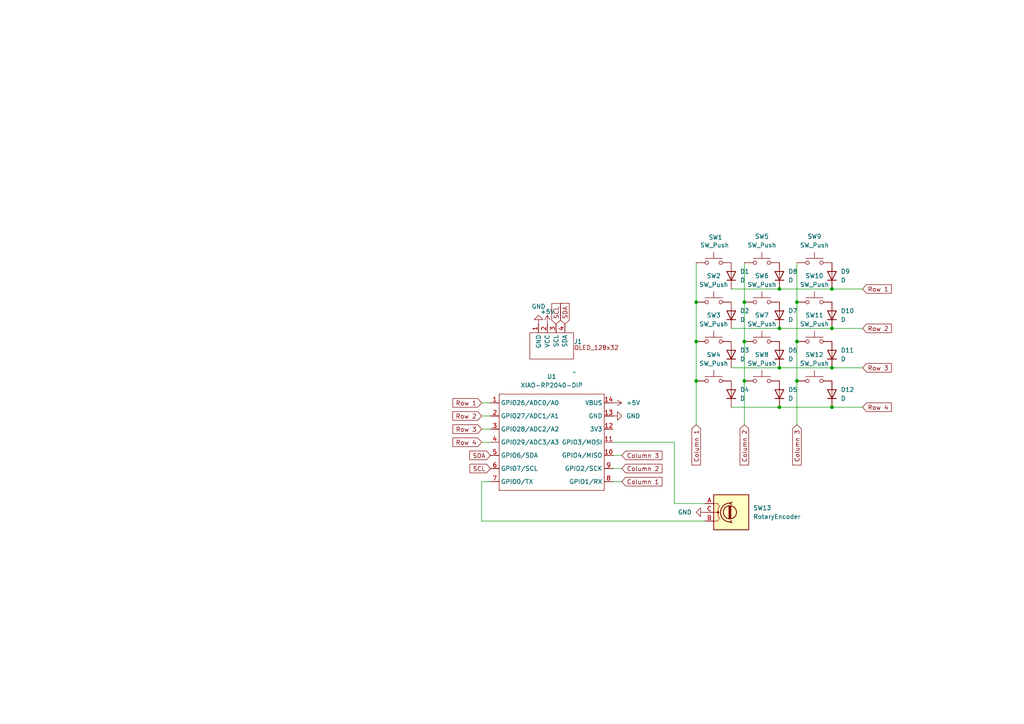
<source format=kicad_sch>
(kicad_sch (version 20231120) (generator "eeschema") (generator_version "8.0")
  (paper "A4")
  (lib_symbols
    (symbol "Device:D" (pin_numbers hide) (pin_names (offset 1.016) hide)
      (property "Reference" "D" (at 0 2.54 0))
      (property "Value" "D" (at 0 -2.54 0))
      (symbol "D_0_1"
        (polyline (pts (xy -1.27 1.27) (xy -1.27 -1.27)) (stroke (width 0.254)))
        (polyline (pts (xy 1.27 0) (xy -1.27 0)))
        (polyline (pts (xy 1.27 1.27) (xy 1.27 -1.27) (xy -1.27 0) (xy 1.27 1.27)) (stroke (width 0.254)))
      )
      (symbol "D_1_1"
        (pin passive line (at -3.81 0 0) (length 2.54) (name "K") (number "1"))
        (pin passive line (at 3.81 0 180) (length 2.54) (name "A") (number "2"))
      )
    )
    (symbol "Device:RotaryEncoder" (pin_names (offset 0.254) hide)
      (property "Reference" "SW" (at 0 6.604 0))
      (property "Value" "RotaryEncoder" (at 0 -6.604 0))
      (symbol "RotaryEncoder_0_1"
        (rectangle (start -5.08 5.08) (end 5.08 -5.08) (stroke (width 0.254)) (fill (type background)))
        (circle (center -3.81 0) (radius 0.254) (fill (type outline)))
        (circle (center -0.381 0) (radius 1.905) (stroke (width 0.254)))
        (arc (start -0.381 2.667) (mid -3.0988 -0.0635) (end -0.381 -2.794) (stroke (width 0.254)))
        (polyline (pts (xy -0.635 -1.778) (xy -0.635 1.778)) (stroke (width 0.254)))
        (polyline (pts (xy -0.381 -1.778) (xy -0.381 1.778)) (stroke (width 0.254)))
        (polyline (pts (xy -0.127 1.778) (xy -0.127 -1.778)) (stroke (width 0.254)))
        (polyline (pts (xy -5.08 -2.54) (xy -3.81 -2.54) (xy -3.81 -2.032)))
        (polyline (pts (xy -5.08 2.54) (xy -3.81 2.54) (xy -3.81 2.032)))
        (polyline (pts (xy 0.254 -3.048) (xy -0.508 -2.794) (xy 0.127 -2.413)) (stroke (width 0.254)))
        (polyline (pts (xy 0.254 2.921) (xy -0.508 2.667) (xy 0.127 2.286)) (stroke (width 0.254)))
        (polyline (pts (xy -5.08 0) (xy -3.81 0) (xy -3.81 -1.016) (xy -3.302 -2.032)))
        (polyline (pts (xy -4.318 0) (xy -3.81 0) (xy -3.81 1.016) (xy -3.302 2.032)))
      )
      (symbol "RotaryEncoder_1_1"
        (pin passive line (at -7.62 2.54 0) (length 2.54) (name "A") (number "A"))
        (pin passive line (at -7.62 -2.54 0) (length 2.54) (name "B") (number "B"))
        (pin passive line (at -7.62 0 0) (length 2.54) (name "C") (number "C"))
      )
    )
    (symbol "Switch:SW_Push" (pin_numbers hide) (pin_names (offset 1.016) hide)
      (property "Reference" "SW" (at 1.27 2.54 0))
      (property "Value" "SW_Push" (at 0 -1.524 0))
      (symbol "SW_Push_0_1"
        (circle (center -2.032 0) (radius 0.508))
        (polyline (pts (xy 0 1.27) (xy 0 3.048)))
        (polyline (pts (xy 2.54 1.27) (xy -2.54 1.27)))
        (circle (center 2.032 0) (radius 0.508))
        (pin passive line (at -5.08 0 0) (length 2.54) (name "1") (number "1"))
        (pin passive line (at 5.08 0 180) (length 2.54) (name "2") (number "2"))
      )
    )
    (symbol "oled_library:OLED_128x32"
      (property "Reference" "J1" (at 0 0 0))
      (symbol "OLED_128x32_0_1"
        (rectangle (start -13.97 2.54) (end -1.27 -5.08))
      )
      (symbol "OLED_128x32_1_1"
        (text "OLED_128x32" (at 5.334 -1.778 0) (effects (font (size 1.27 1.27))))
        (pin passive line (at -11.43 5.08 270) (length 2.54) (name "GND") (number "1"))
        (pin passive line (at -8.89 5.08 270) (length 2.54) (name "VCC") (number "2"))
        (pin passive line (at -6.35 5.08 270) (length 2.54) (name "SCL") (number "3"))
        (pin passive line (at -3.81 5.08 270) (length 2.54) (name "SDA") (number "4"))
      )
    )
    (symbol "opl:XIAO-RP2040-DIP"
      (property "Reference" "U" (at 0 0 0))
      (property "Value" "XIAO-RP2040-DIP" (at 5.334 -1.778 0))
      (symbol "XIAO-RP2040-DIP_1_0"
        (polyline (pts (xy -1.27 -30.48) (xy -1.27 -16.51)) (stroke (width 0.1524)))
        (polyline (pts (xy -1.27 -27.94) (xy -2.54 -27.94)) (stroke (width 0.1524)))
        (polyline (pts (xy -1.27 -24.13) (xy -2.54 -24.13)) (stroke (width 0.1524)))
        (polyline (pts (xy -1.27 -20.32) (xy -2.54 -20.32)) (stroke (width 0.1524)))
        (polyline (pts (xy -1.27 -16.51) (xy -2.54 -16.51)) (stroke (width 0.1524)))
        (polyline (pts (xy -1.27 -16.51) (xy -1.27 -12.7)) (stroke (width 0.1524)))
        (polyline (pts (xy -1.27 -12.7) (xy -2.54 -12.7)) (stroke (width 0.1524)))
        (polyline (pts (xy -1.27 -12.7) (xy -1.27 -8.89)) (stroke (width 0.1524)))
        (polyline (pts (xy -1.27 -8.89) (xy -2.54 -8.89)) (stroke (width 0.1524)))
        (polyline (pts (xy -1.27 -8.89) (xy -1.27 -5.08)) (stroke (width 0.1524)))
        (polyline (pts (xy -1.27 -5.08) (xy -2.54 -5.08)) (stroke (width 0.1524)))
        (polyline (pts (xy -1.27 -5.08) (xy -1.27 -2.54)) (stroke (width 0.1524)))
        (polyline (pts (xy -1.27 -2.54) (xy 29.21 -2.54)) (stroke (width 0.1524)))
        (polyline (pts (xy 29.21 -30.48) (xy -1.27 -30.48)) (stroke (width 0.1524)))
        (polyline (pts (xy 29.21 -12.7) (xy 29.21 -30.48)) (stroke (width 0.1524)))
        (polyline (pts (xy 29.21 -8.89) (xy 29.21 -12.7)) (stroke (width 0.1524)))
        (polyline (pts (xy 29.21 -5.08) (xy 29.21 -8.89)) (stroke (width 0.1524)))
        (polyline (pts (xy 29.21 -2.54) (xy 29.21 -5.08)) (stroke (width 0.1524)))
        (polyline (pts (xy 30.48 -27.94) (xy 29.21 -27.94)) (stroke (width 0.1524)))
        (polyline (pts (xy 30.48 -24.13) (xy 29.21 -24.13)) (stroke (width 0.1524)))
        (polyline (pts (xy 30.48 -20.32) (xy 29.21 -20.32)) (stroke (width 0.1524)))
        (polyline (pts (xy 30.48 -16.51) (xy 29.21 -16.51)) (stroke (width 0.1524)))
        (polyline (pts (xy 30.48 -12.7) (xy 29.21 -12.7)) (stroke (width 0.1524)))
        (polyline (pts (xy 30.48 -8.89) (xy 29.21 -8.89)) (stroke (width 0.1524)))
        (polyline (pts (xy 30.48 -5.08) (xy 29.21 -5.08)) (stroke (width 0.1524)))
        (pin passive line (at -3.81 -5.08 0) (length 2.54) (name "GPIO26/ADC0/A0") (number "1"))
        (pin passive line (at 31.75 -20.32 180) (length 2.54) (name "GPIO4/MISO") (number "10"))
        (pin passive line (at 31.75 -16.51 180) (length 2.54) (name "GPIO3/MOSI") (number "11"))
        (pin passive line (at 31.75 -12.7 180) (length 2.54) (name "3V3") (number "12"))
        (pin passive line (at 31.75 -8.89 180) (length 2.54) (name "GND") (number "13"))
        (pin passive line (at 31.75 -5.08 180) (length 2.54) (name "VBUS") (number "14"))
        (pin passive line (at -3.81 -8.89 0) (length 2.54) (name "GPIO27/ADC1/A1") (number "2"))
        (pin passive line (at -3.81 -12.7 0) (length 2.54) (name "GPIO28/ADC2/A2") (number "3"))
        (pin passive line (at -3.81 -16.51 0) (length 2.54) (name "GPIO29/ADC3/A3") (number "4"))
        (pin passive line (at -3.81 -20.32 0) (length 2.54) (name "GPIO6/SDA") (number "5"))
        (pin passive line (at -3.81 -24.13 0) (length 2.54) (name "GPIO7/SCL") (number "6"))
        (pin passive line (at -3.81 -27.94 0) (length 2.54) (name "GPIO0/TX") (number "7"))
        (pin passive line (at 31.75 -27.94 180) (length 2.54) (name "GPIO1/RX") (number "8"))
        (pin passive line (at 31.75 -24.13 180) (length 2.54) (name "GPIO2/SCK") (number "9"))
      )
    )
    (symbol "power:+5V" (power) (pin_numbers hide) (pin_names (offset 0) hide)
      (property "Value" "+5V" (at 0 3.556 0))
      (symbol "+5V_0_1"
        (polyline (pts (xy -0.762 1.27) (xy 0 2.54)))
        (polyline (pts (xy 0 0) (xy 0 2.54)))
        (polyline (pts (xy 0 2.54) (xy 0.762 1.27)))
      )
      (symbol "+5V_1_1"
        (pin power_in line (at 0 0 90) (length 0) (name "~") (number "1"))
      )
    )
    (symbol "power:GND" (power) (pin_numbers hide) (pin_names (offset 0) hide)
      (property "Value" "GND" (at 0 -3.81 0))
      (symbol "GND_0_1"
        (polyline (pts (xy 0 0) (xy 0 -1.27) (xy 1.27 -1.27) (xy 0 -2.54) (xy -1.27 -1.27) (xy 0 -1.27)))
      )
      (symbol "GND_1_1"
        (pin power_in line (at 0 0 270) (length 0) (name "~") (number "1"))
      )
    )
  )
  (junction (at 241.3 106.68))
  (junction (at 241.3 83.82))
  (junction (at 201.93 99.06))
  (junction (at 215.9 87.63))
  (junction (at 231.14 99.06))
  (junction (at 215.9 99.06))
  (junction (at 226.06 118.11))
  (junction (at 231.14 110.49))
  (junction (at 226.06 106.68))
  (junction (at 201.93 110.49))
  (junction (at 231.14 87.63))
  (junction (at 215.9 110.49))
  (junction (at 241.3 95.25))
  (junction (at 241.3 118.11))
  (junction (at 201.93 87.63))
  (junction (at 226.06 95.25))
  (junction (at 226.06 83.82))
  (wire (pts (xy 139.7 151.13) (xy 139.7 139.7)))
  (wire (pts (xy 241.3 118.11) (xy 250.19 118.11)))
  (wire (pts (xy 212.09 95.25) (xy 226.06 95.25)))
  (wire (pts (xy 231.14 76.2) (xy 231.14 87.63)))
  (wire (pts (xy 226.06 106.68) (xy 241.3 106.68)))
  (wire (pts (xy 177.8 139.7) (xy 180.34 139.7)))
  (wire (pts (xy 139.7 128.27) (xy 142.24 128.27)))
  (wire (pts (xy 231.14 110.49) (xy 231.14 123.19)))
  (wire (pts (xy 231.14 99.06) (xy 231.14 110.49)))
  (wire (pts (xy 241.3 95.25) (xy 250.19 95.25)))
  (wire (pts (xy 226.06 95.25) (xy 241.3 95.25)))
  (wire (pts (xy 139.7 116.84) (xy 142.24 116.84)))
  (wire (pts (xy 201.93 110.49) (xy 201.93 123.19)))
  (wire (pts (xy 241.3 106.68) (xy 250.19 106.68)))
  (wire (pts (xy 226.06 83.82) (xy 241.3 83.82)))
  (wire (pts (xy 212.09 118.11) (xy 226.06 118.11)))
  (wire (pts (xy 177.8 135.89) (xy 180.34 135.89)))
  (wire (pts (xy 241.3 83.82) (xy 250.19 83.82)))
  (wire (pts (xy 204.47 151.13) (xy 139.7 151.13)))
  (wire (pts (xy 201.93 99.06) (xy 201.93 110.49)))
  (wire (pts (xy 215.9 76.2) (xy 215.9 87.63)))
  (wire (pts (xy 201.93 87.63) (xy 201.93 99.06)))
  (wire (pts (xy 215.9 87.63) (xy 215.9 99.06)))
  (wire (pts (xy 215.9 99.06) (xy 215.9 110.49)))
  (wire (pts (xy 226.06 118.11) (xy 241.3 118.11)))
  (wire (pts (xy 139.7 120.65) (xy 142.24 120.65)))
  (wire (pts (xy 195.58 146.05) (xy 195.58 128.27)))
  (wire (pts (xy 139.7 124.46) (xy 142.24 124.46)))
  (wire (pts (xy 177.8 132.08) (xy 180.34 132.08)))
  (wire (pts (xy 195.58 128.27) (xy 177.8 128.27)))
  (wire (pts (xy 204.47 146.05) (xy 195.58 146.05)))
  (wire (pts (xy 201.93 76.2) (xy 201.93 87.63)))
  (wire (pts (xy 212.09 83.82) (xy 226.06 83.82)))
  (wire (pts (xy 215.9 110.49) (xy 215.9 123.19)))
  (wire (pts (xy 212.09 106.68) (xy 226.06 106.68)))
  (wire (pts (xy 139.7 139.7) (xy 142.24 139.7)))
  (wire (pts (xy 231.14 87.63) (xy 231.14 99.06)))
  (global_label "Row 3" (shape input) (at 250.19 106.68 0) (property "Intersheetrefs" "${INTERSHEET_REFS}" (effects (hide yes))))
  (global_label "SDA" (shape input) (at 142.24 132.08 180) (property "Intersheetrefs" "${INTERSHEET_REFS}" (effects (hide yes))))
  (global_label "SDA" (shape input) (at 163.83 93.98 90) (property "Intersheetrefs" "${INTERSHEET_REFS}" (effects (hide yes))))
  (global_label "Row 2" (shape input) (at 139.7 120.65 180) (property "Intersheetrefs" "${INTERSHEET_REFS}" (effects (hide yes))))
  (global_label "Row 1" (shape input) (at 139.7 116.84 180) (property "Intersheetrefs" "${INTERSHEET_REFS}" (effects (hide yes))))
  (global_label "Column 1" (shape input) (at 201.93 123.19 270) (property "Intersheetrefs" "${INTERSHEET_REFS}" (effects (hide yes))))
  (global_label "Column 2" (shape input) (at 180.34 135.89 0) (property "Intersheetrefs" "${INTERSHEET_REFS}" (effects (hide yes))))
  (global_label "Row 2" (shape input) (at 250.19 95.25 0) (property "Intersheetrefs" "${INTERSHEET_REFS}" (effects (hide yes))))
  (global_label "Row 3" (shape input) (at 139.7 124.46 180) (property "Intersheetrefs" "${INTERSHEET_REFS}" (effects (hide yes))))
  (global_label "Column 3" (shape input) (at 180.34 132.08 0) (property "Intersheetrefs" "${INTERSHEET_REFS}" (effects (hide yes))))
  (global_label "Column 3" (shape input) (at 231.14 123.19 270) (property "Intersheetrefs" "${INTERSHEET_REFS}" (effects (hide yes))))
  (global_label "Row 4" (shape input) (at 250.19 118.11 0) (property "Intersheetrefs" "${INTERSHEET_REFS}" (effects (hide yes))))
  (global_label "SCL" (shape input) (at 161.29 93.98 90) (property "Intersheetrefs" "${INTERSHEET_REFS}" (effects (hide yes))))
  (global_label "Row 1" (shape input) (at 250.19 83.82 0) (property "Intersheetrefs" "${INTERSHEET_REFS}" (effects (hide yes))))
  (global_label "SCL" (shape input) (at 142.24 135.89 180) (property "Intersheetrefs" "${INTERSHEET_REFS}" (effects (hide yes))))
  (global_label "Column 2" (shape input) (at 215.9 123.19 270) (property "Intersheetrefs" "${INTERSHEET_REFS}" (effects (hide yes))))
  (global_label "Row 4" (shape input) (at 139.7 128.27 180) (property "Intersheetrefs" "${INTERSHEET_REFS}" (effects (hide yes))))
  (global_label "Column 1" (shape input) (at 180.34 139.7 0) (property "Intersheetrefs" "${INTERSHEET_REFS}" (effects (hide yes))))
  (symbol (lib_id "power:+5V") (at 177.8 116.84 270) (unit 1)
    (property "Reference" "#PWR03" (effects (hide yes)))
    (property "Value" "+5V" (at 181.61 116.8399 90) (effects (justify left)))
    (property "Description" "Power symbol creates a global label with name \"+5V\"" (effects (hide yes)))
  )
  (symbol (lib_id "Device:D") (at 241.3 91.44 90) (unit 1)
    (property "Reference" "D10" (at 243.84 90.1699 90) (effects (justify right)))
    (property "Value" "D" (at 243.84 92.7099 90) (effects (justify right)))
    (property "Footprint" "Diode_THT:D_DO-35_SOD27_P7.62mm_Horizontal" (effects (hide yes)))
    (property "Description" "Diode" (effects (hide yes)))
    (property "Sim.Device" "D" (effects (hide yes)))
    (property "Sim.Pins" "1=K 2=A" (effects (hide yes)))
  )
  (symbol (lib_id "power:+5V") (at 158.75 93.98 0) (unit 1)
    (property "Reference" "#PWR05" (effects (hide yes)))
    (property "Value" "+5V" (at 158.75 90.424 0))
    (property "Description" "Power symbol creates a global label with name \"+5V\"" (effects (hide yes)))
  )
  (symbol (lib_id "Device:RotaryEncoder") (at 212.09 148.59 0) (unit 1)
    (property "Reference" "SW13" (at 218.44 147.3199 0) (effects (justify left)))
    (property "Value" "RotaryEncoder" (at 218.44 149.8599 0) (effects (justify left)))
    (property "Footprint" "Rotary_Encoder:RotaryEncoder_Alps_EC11E_Vertical_H20mm_CircularMountingHoles" (effects (hide yes)))
    (property "Description" "Rotary encoder, dual channel, incremental quadrate outputs" (effects (hide yes)))
  )
  (symbol (lib_id "Device:D") (at 212.09 102.87 90) (unit 1)
    (property "Reference" "D3" (at 214.63 101.5999 90) (effects (justify right)))
    (property "Value" "D" (at 214.63 104.1399 90) (effects (justify right)))
    (property "Footprint" "Diode_THT:D_DO-35_SOD27_P7.62mm_Horizontal" (effects (hide yes)))
    (property "Description" "Diode" (effects (hide yes)))
    (property "Sim.Device" "D" (effects (hide yes)))
    (property "Sim.Pins" "1=K 2=A" (effects (hide yes)))
  )
  (symbol (lib_id "Switch:SW_Push") (at 207.01 87.63 0) (unit 1)
    (property "Reference" "SW2" (at 207.01 80.01 0))
    (property "Value" "SW_Push" (at 207.01 82.55 0))
    (property "Footprint" "Button_Switch_Keyboard:SW_Cherry_MX_1.00u_PCB" (effects (hide yes)))
    (property "Description" "Push button switch, generic, two pins" (effects (hide yes)))
  )
  (symbol (lib_id "Switch:SW_Push") (at 236.22 87.63 0) (unit 1)
    (property "Reference" "SW10" (at 236.22 80.01 0))
    (property "Value" "SW_Push" (at 236.22 82.55 0))
    (property "Footprint" "Button_Switch_Keyboard:SW_Cherry_MX_1.00u_PCB" (effects (hide yes)))
    (property "Description" "Push button switch, generic, two pins" (effects (hide yes)))
  )
  (symbol (lib_id "power:GND") (at 204.47 148.59 270) (unit 1)
    (property "Reference" "#PWR04" (effects (hide yes)))
    (property "Value" "GND" (at 200.66 148.5899 90) (effects (justify right)))
    (property "Description" "Power symbol creates a global label with name \"GND\" , ground" (effects (hide yes)))
  )
  (symbol (lib_id "Switch:SW_Push") (at 220.98 99.06 0) (unit 1)
    (property "Reference" "SW7" (at 220.98 91.44 0))
    (property "Value" "SW_Push" (at 220.98 93.98 0))
    (property "Footprint" "Button_Switch_Keyboard:SW_Cherry_MX_1.00u_PCB" (effects (hide yes)))
    (property "Description" "Push button switch, generic, two pins" (effects (hide yes)))
  )
  (symbol (lib_id "Switch:SW_Push") (at 207.01 99.06 0) (unit 1)
    (property "Reference" "SW3" (at 207.01 91.44 0))
    (property "Value" "SW_Push" (at 207.01 93.98 0))
    (property "Footprint" "Button_Switch_Keyboard:SW_Cherry_MX_1.00u_PCB" (effects (hide yes)))
    (property "Description" "Push button switch, generic, two pins" (effects (hide yes)))
  )
  (symbol (lib_id "Device:D") (at 226.06 102.87 90) (unit 1)
    (property "Reference" "D6" (at 228.6 101.5999 90) (effects (justify right)))
    (property "Value" "D" (at 228.6 104.1399 90) (effects (justify right)))
    (property "Footprint" "Diode_THT:D_DO-35_SOD27_P7.62mm_Horizontal" (effects (hide yes)))
    (property "Description" "Diode" (effects (hide yes)))
    (property "Sim.Device" "D" (effects (hide yes)))
    (property "Sim.Pins" "1=K 2=A" (effects (hide yes)))
  )
  (symbol (lib_id "Device:D") (at 241.3 114.3 90) (unit 1)
    (property "Reference" "D12" (at 243.84 113.0299 90) (effects (justify right)))
    (property "Value" "D" (at 243.84 115.5699 90) (effects (justify right)))
    (property "Footprint" "Diode_THT:D_DO-35_SOD27_P7.62mm_Horizontal" (effects (hide yes)))
    (property "Description" "Diode" (effects (hide yes)))
    (property "Sim.Device" "D" (effects (hide yes)))
    (property "Sim.Pins" "1=K 2=A" (effects (hide yes)))
  )
  (symbol (lib_id "Switch:SW_Push") (at 220.98 110.49 0) (unit 1)
    (property "Reference" "SW8" (at 220.98 102.87 0))
    (property "Value" "SW_Push" (at 220.98 105.41 0))
    (property "Footprint" "Button_Switch_Keyboard:SW_Cherry_MX_1.00u_PCB" (effects (hide yes)))
    (property "Description" "Push button switch, generic, two pins" (effects (hide yes)))
  )
  (symbol (lib_id "Switch:SW_Push") (at 236.22 110.49 0) (unit 1)
    (property "Reference" "SW12" (at 236.22 102.87 0))
    (property "Value" "SW_Push" (at 236.22 105.41 0))
    (property "Footprint" "Button_Switch_Keyboard:SW_Cherry_MX_1.00u_PCB" (effects (hide yes)))
    (property "Description" "Push button switch, generic, two pins" (effects (hide yes)))
  )
  (symbol (lib_id "Device:D") (at 226.06 114.3 90) (unit 1)
    (property "Reference" "D5" (at 228.6 113.0299 90) (effects (justify right)))
    (property "Value" "D" (at 228.6 115.5699 90) (effects (justify right)))
    (property "Footprint" "Diode_THT:D_DO-35_SOD27_P7.62mm_Horizontal" (effects (hide yes)))
    (property "Description" "Diode" (effects (hide yes)))
    (property "Sim.Device" "D" (effects (hide yes)))
    (property "Sim.Pins" "1=K 2=A" (effects (hide yes)))
  )
  (symbol (lib_id "Device:D") (at 226.06 91.44 90) (unit 1)
    (property "Reference" "D7" (at 228.6 90.1699 90) (effects (justify right)))
    (property "Value" "D" (at 228.6 92.7099 90) (effects (justify right)))
    (property "Footprint" "Diode_THT:D_DO-35_SOD27_P7.62mm_Horizontal" (effects (hide yes)))
    (property "Description" "Diode" (effects (hide yes)))
    (property "Sim.Device" "D" (effects (hide yes)))
    (property "Sim.Pins" "1=K 2=A" (effects (hide yes)))
  )
  (symbol (lib_id "Switch:SW_Push") (at 207.01 76.2 0) (unit 1)
    (property "Reference" "SW1" (at 207.518 68.834 0))
    (property "Value" "SW_Push" (at 207.264 71.12 0))
    (property "Footprint" "Button_Switch_Keyboard:SW_Cherry_MX_1.00u_PCB" (effects (hide yes)))
    (property "Description" "Push button switch, generic, two pins" (effects (hide yes)))
  )
  (symbol (lib_id "Switch:SW_Push") (at 207.01 110.49 0) (unit 1)
    (property "Reference" "SW4" (at 207.01 102.87 0))
    (property "Value" "SW_Push" (at 207.01 105.41 0))
    (property "Footprint" "Button_Switch_Keyboard:SW_Cherry_MX_1.00u_PCB" (effects (hide yes)))
    (property "Description" "Push button switch, generic, two pins" (effects (hide yes)))
  )
  (symbol (lib_id "power:GND") (at 156.21 93.98 180) (unit 1)
    (property "Reference" "#PWR02" (effects (hide yes)))
    (property "Value" "GND" (at 156.21 88.9 0))
    (property "Description" "Power symbol creates a global label with name \"GND\" , ground" (effects (hide yes)))
  )
  (symbol (lib_id "Device:D") (at 226.06 80.01 90) (unit 1)
    (property "Reference" "D8" (at 228.6 78.7399 90) (effects (justify right)))
    (property "Value" "D" (at 228.6 81.2799 90) (effects (justify right)))
    (property "Footprint" "Diode_THT:D_DO-35_SOD27_P7.62mm_Horizontal" (effects (hide yes)))
    (property "Description" "Diode" (effects (hide yes)))
    (property "Sim.Device" "D" (effects (hide yes)))
    (property "Sim.Pins" "1=K 2=A" (effects (hide yes)))
  )
  (symbol (lib_id "Device:D") (at 241.3 80.01 90) (unit 1)
    (property "Reference" "D9" (at 243.84 78.7399 90) (effects (justify right)))
    (property "Value" "D" (at 243.84 81.2799 90) (effects (justify right)))
    (property "Footprint" "Diode_THT:D_DO-35_SOD27_P7.62mm_Horizontal" (effects (hide yes)))
    (property "Description" "Diode" (effects (hide yes)))
    (property "Sim.Device" "D" (effects (hide yes)))
    (property "Sim.Pins" "1=K 2=A" (effects (hide yes)))
  )
  (symbol (lib_id "oled_library:OLED_128x32") (at 167.64 99.06 0) (unit 1)
    (property "Reference" "J1" (at 167.64 99.06 0))
    (property "Value" "~" (at 166.5828 107.95 0))
    (property "Footprint" "opl:SSD1306-0.91-OLED-4pin-128x32" (effects (hide yes)))
  )
  (symbol (lib_id "Device:D") (at 212.09 114.3 90) (unit 1)
    (property "Reference" "D4" (at 214.63 113.0299 90) (effects (justify right)))
    (property "Value" "D" (at 214.63 115.5699 90) (effects (justify right)))
    (property "Footprint" "Diode_THT:D_DO-35_SOD27_P7.62mm_Horizontal" (effects (hide yes)))
    (property "Description" "Diode" (effects (hide yes)))
    (property "Sim.Device" "D" (effects (hide yes)))
    (property "Sim.Pins" "1=K 2=A" (effects (hide yes)))
  )
  (symbol (lib_id "Switch:SW_Push") (at 220.98 87.63 0) (unit 1)
    (property "Reference" "SW6" (at 220.98 80.01 0))
    (property "Value" "SW_Push" (at 220.98 82.55 0))
    (property "Footprint" "Button_Switch_Keyboard:SW_Cherry_MX_1.00u_PCB" (effects (hide yes)))
    (property "Description" "Push button switch, generic, two pins" (effects (hide yes)))
  )
  (symbol (lib_id "Switch:SW_Push") (at 236.22 99.06 0) (unit 1)
    (property "Reference" "SW11" (at 236.22 91.44 0))
    (property "Value" "SW_Push" (at 236.22 93.98 0))
    (property "Footprint" "Button_Switch_Keyboard:SW_Cherry_MX_1.00u_PCB" (effects (hide yes)))
    (property "Description" "Push button switch, generic, two pins" (effects (hide yes)))
  )
  (symbol (lib_id "Device:D") (at 241.3 102.87 90) (unit 1)
    (property "Reference" "D11" (at 243.84 101.5999 90) (effects (justify right)))
    (property "Value" "D" (at 243.84 104.1399 90) (effects (justify right)))
    (property "Footprint" "Diode_THT:D_DO-35_SOD27_P7.62mm_Horizontal" (effects (hide yes)))
    (property "Description" "Diode" (effects (hide yes)))
    (property "Sim.Device" "D" (effects (hide yes)))
    (property "Sim.Pins" "1=K 2=A" (effects (hide yes)))
  )
  (symbol (lib_id "Device:D") (at 212.09 91.44 90) (unit 1)
    (property "Reference" "D2" (at 214.63 90.1699 90) (effects (justify right)))
    (property "Value" "D" (at 214.63 92.7099 90) (effects (justify right)))
    (property "Footprint" "Diode_THT:D_DO-35_SOD27_P7.62mm_Horizontal" (effects (hide yes)))
    (property "Description" "Diode" (effects (hide yes)))
    (property "Sim.Device" "D" (effects (hide yes)))
    (property "Sim.Pins" "1=K 2=A" (effects (hide yes)))
  )
  (symbol (lib_id "power:GND") (at 177.8 120.65 90) (unit 1)
    (property "Reference" "#PWR01" (effects (hide yes)))
    (property "Value" "GND" (at 181.61 120.6499 90) (effects (justify right)))
    (property "Description" "Power symbol creates a global label with name \"GND\" , ground" (effects (hide yes)))
  )
  (symbol (lib_id "Switch:SW_Push") (at 220.98 76.2 0) (unit 1)
    (property "Reference" "SW5" (at 220.98 68.58 0))
    (property "Value" "SW_Push" (at 220.98 71.12 0))
    (property "Footprint" "Button_Switch_Keyboard:SW_Cherry_MX_1.00u_PCB" (effects (hide yes)))
    (property "Description" "Push button switch, generic, two pins" (effects (hide yes)))
  )
  (symbol (lib_id "Device:D") (at 212.09 80.01 90) (unit 1)
    (property "Reference" "D1" (at 214.63 78.7399 90) (effects (justify right)))
    (property "Value" "D" (at 214.63 81.2799 90) (effects (justify right)))
    (property "Footprint" "Diode_THT:D_DO-35_SOD27_P7.62mm_Horizontal" (effects (hide yes)))
    (property "Description" "Diode" (effects (hide yes)))
    (property "Sim.Device" "D" (effects (hide yes)))
    (property "Sim.Pins" "1=K 2=A" (effects (hide yes)))
  )
  (symbol (lib_id "Switch:SW_Push") (at 236.22 76.2 0) (unit 1)
    (property "Reference" "SW9" (at 236.22 68.58 0))
    (property "Value" "SW_Push" (at 236.22 71.12 0))
    (property "Footprint" "Button_Switch_Keyboard:SW_Cherry_MX_1.00u_PCB" (effects (hide yes)))
    (property "Description" "Push button switch, generic, two pins" (effects (hide yes)))
  )
  (symbol (lib_id "opl:XIAO-RP2040-DIP") (at 146.05 111.76 0) (unit 1)
    (property "Reference" "U1" (at 160.02 109.22 0))
    (property "Value" "XIAO-RP2040-DIP" (at 160.02 111.76 0))
    (property "Footprint" "opl:XIAO-RP2040-DIP" (effects (hide yes)))
  )
)
</source>
